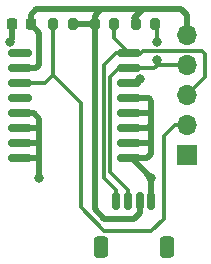
<source format=gbr>
%TF.GenerationSoftware,KiCad,Pcbnew,(6.0.9-0)*%
%TF.CreationDate,2023-01-03T19:06:45+00:00*%
%TF.ProjectId,ds3231_plus,64733332-3331-45f7-906c-75732e6b6963,rev?*%
%TF.SameCoordinates,Original*%
%TF.FileFunction,Copper,L1,Top*%
%TF.FilePolarity,Positive*%
%FSLAX46Y46*%
G04 Gerber Fmt 4.6, Leading zero omitted, Abs format (unit mm)*
G04 Created by KiCad (PCBNEW (6.0.9-0)) date 2023-01-03 19:06:45*
%MOMM*%
%LPD*%
G01*
G04 APERTURE LIST*
G04 Aperture macros list*
%AMRoundRect*
0 Rectangle with rounded corners*
0 $1 Rounding radius*
0 $2 $3 $4 $5 $6 $7 $8 $9 X,Y pos of 4 corners*
0 Add a 4 corners polygon primitive as box body*
4,1,4,$2,$3,$4,$5,$6,$7,$8,$9,$2,$3,0*
0 Add four circle primitives for the rounded corners*
1,1,$1+$1,$2,$3*
1,1,$1+$1,$4,$5*
1,1,$1+$1,$6,$7*
1,1,$1+$1,$8,$9*
0 Add four rect primitives between the rounded corners*
20,1,$1+$1,$2,$3,$4,$5,0*
20,1,$1+$1,$4,$5,$6,$7,0*
20,1,$1+$1,$6,$7,$8,$9,0*
20,1,$1+$1,$8,$9,$2,$3,0*%
G04 Aperture macros list end*
%TA.AperFunction,SMDPad,CuDef*%
%ADD10RoundRect,0.150000X-0.150000X-0.625000X0.150000X-0.625000X0.150000X0.625000X-0.150000X0.625000X0*%
%TD*%
%TA.AperFunction,SMDPad,CuDef*%
%ADD11RoundRect,0.250000X-0.350000X-0.650000X0.350000X-0.650000X0.350000X0.650000X-0.350000X0.650000X0*%
%TD*%
%TA.AperFunction,SMDPad,CuDef*%
%ADD12RoundRect,0.225000X0.225000X0.250000X-0.225000X0.250000X-0.225000X-0.250000X0.225000X-0.250000X0*%
%TD*%
%TA.AperFunction,SMDPad,CuDef*%
%ADD13RoundRect,0.150000X-0.875000X-0.150000X0.875000X-0.150000X0.875000X0.150000X-0.875000X0.150000X0*%
%TD*%
%TA.AperFunction,ComponentPad*%
%ADD14R,1.700000X1.700000*%
%TD*%
%TA.AperFunction,ComponentPad*%
%ADD15O,1.700000X1.700000*%
%TD*%
%TA.AperFunction,SMDPad,CuDef*%
%ADD16RoundRect,0.200000X-0.200000X-0.275000X0.200000X-0.275000X0.200000X0.275000X-0.200000X0.275000X0*%
%TD*%
%TA.AperFunction,SMDPad,CuDef*%
%ADD17RoundRect,0.200000X0.200000X0.275000X-0.200000X0.275000X-0.200000X-0.275000X0.200000X-0.275000X0*%
%TD*%
%TA.AperFunction,ViaPad*%
%ADD18C,0.800000*%
%TD*%
%TA.AperFunction,Conductor*%
%ADD19C,0.300000*%
%TD*%
%TA.AperFunction,Conductor*%
%ADD20C,0.500000*%
%TD*%
G04 APERTURE END LIST*
D10*
%TO.P,Qwiic,1,Pin_1*%
%TO.N,/SCL*%
X152000000Y-95500000D03*
%TO.P,Qwiic,2,Pin_2*%
%TO.N,/SDA*%
X153000000Y-95500000D03*
%TO.P,Qwiic,3,Pin_3*%
%TO.N,+3.3V*%
X154000000Y-95500000D03*
%TO.P,Qwiic,4,Pin_4*%
%TO.N,GND*%
X155000000Y-95500000D03*
D11*
%TO.P,Qwiic,MP*%
%TO.N,N/C*%
X156300000Y-99375000D03*
X150700000Y-99375000D03*
%TD*%
D12*
%TO.P,C1,1*%
%TO.N,+3.3V*%
X144775000Y-80500000D03*
%TO.P,C1,2*%
%TO.N,GND*%
X143225000Y-80500000D03*
%TD*%
D13*
%TO.P,U1,1,32KHZ*%
%TO.N,unconnected-(U1-Pad1)*%
X143830000Y-82980000D03*
%TO.P,U1,2,VCC*%
%TO.N,+3.3V*%
X143830000Y-84250000D03*
%TO.P,U1,3,~{INT}/SQW*%
%TO.N,/INT*%
X143830000Y-85520000D03*
%TO.P,U1,4,~{RST}*%
%TO.N,unconnected-(U1-Pad4)*%
X143830000Y-86790000D03*
%TO.P,U1,5,GND*%
%TO.N,GND*%
X143830000Y-88060000D03*
%TO.P,U1,6,GND*%
X143830000Y-89330000D03*
%TO.P,U1,7,GND*%
X143830000Y-90600000D03*
%TO.P,U1,8,GND*%
X143830000Y-91870000D03*
%TO.P,U1,9,GND*%
X153130000Y-91870000D03*
%TO.P,U1,10,GND*%
X153130000Y-90600000D03*
%TO.P,U1,11,GND*%
X153130000Y-89330000D03*
%TO.P,U1,12,GND*%
X153130000Y-88060000D03*
%TO.P,U1,13,GND*%
X153130000Y-86790000D03*
%TO.P,U1,14,VBAT*%
%TO.N,Net-(SW1-Pad1)*%
X153130000Y-85520000D03*
%TO.P,U1,15,SDA*%
%TO.N,/SDA*%
X153130000Y-84250000D03*
%TO.P,U1,16,SCL*%
%TO.N,/SCL*%
X153130000Y-82980000D03*
%TD*%
D14*
%TO.P,J2,1,Pin_1*%
%TO.N,GND*%
X158000000Y-91575000D03*
D15*
%TO.P,J2,2,Pin_2*%
%TO.N,/INT*%
X158000000Y-89035000D03*
%TO.P,J2,3,Pin_3*%
%TO.N,/SCL*%
X158000000Y-86495000D03*
%TO.P,J2,4,Pin_4*%
%TO.N,/SDA*%
X158000000Y-83955000D03*
%TO.P,J2,5,Pin_5*%
%TO.N,+3.3V*%
X158000000Y-81415000D03*
%TD*%
D16*
%TO.P,R1,1*%
%TO.N,+3.3V*%
X153675000Y-80500000D03*
%TO.P,R1,2*%
%TO.N,/SDA*%
X155325000Y-80500000D03*
%TD*%
%TO.P,R2,1*%
%TO.N,+3.3V*%
X150175000Y-80500000D03*
%TO.P,R2,2*%
%TO.N,/SCL*%
X151825000Y-80500000D03*
%TD*%
D17*
%TO.P,R3,1*%
%TO.N,+3.3V*%
X148325000Y-80500000D03*
%TO.P,R3,2*%
%TO.N,/INT*%
X146675000Y-80500000D03*
%TD*%
D18*
%TO.N,GND*%
X155000000Y-93500000D03*
X145500000Y-93500000D03*
X143000000Y-82000000D03*
%TO.N,/SDA*%
X155500000Y-82000000D03*
X155500000Y-83504500D03*
%TO.N,Net-(SW1-Pad1)*%
X154000000Y-85149500D03*
%TD*%
D19*
%TO.N,/INT*%
X156035000Y-89965000D02*
X157000000Y-89000000D01*
X156035000Y-96965000D02*
X156035000Y-89965000D01*
X158000000Y-89035000D02*
X157965000Y-89000000D01*
X151000000Y-98000000D02*
X149000000Y-96000000D01*
X157965000Y-89000000D02*
X157000000Y-89000000D01*
X155000000Y-98000000D02*
X151000000Y-98000000D01*
X149000000Y-96000000D02*
X149000000Y-87150000D01*
X156035000Y-96965000D02*
X155000000Y-98000000D01*
X149000000Y-87150000D02*
X146675000Y-84825000D01*
D20*
%TO.N,GND*%
X145370000Y-91870000D02*
X145500000Y-92000000D01*
X153130000Y-91870000D02*
X154630000Y-91870000D01*
X153130000Y-91870000D02*
X153370000Y-91870000D01*
X143225000Y-80500000D02*
X143225000Y-81775000D01*
X155000000Y-89000000D02*
X155000000Y-88000000D01*
X155000000Y-91500000D02*
X155000000Y-90500000D01*
X145330000Y-89330000D02*
X145500000Y-89500000D01*
X155000000Y-90500000D02*
X155000000Y-89000000D01*
X143830000Y-90600000D02*
X145400000Y-90600000D01*
X155000000Y-87000000D02*
X154790000Y-86790000D01*
X145500000Y-90500000D02*
X145500000Y-92000000D01*
X145060000Y-88060000D02*
X145500000Y-88500000D01*
X143830000Y-89330000D02*
X145330000Y-89330000D01*
X143830000Y-91870000D02*
X145370000Y-91870000D01*
X155000000Y-95500000D02*
X155000000Y-93500000D01*
X155000000Y-88000000D02*
X155000000Y-87000000D01*
X154630000Y-91870000D02*
X155000000Y-91500000D01*
X143830000Y-88060000D02*
X145060000Y-88060000D01*
X153130000Y-88060000D02*
X154940000Y-88060000D01*
X154670000Y-89330000D02*
X155000000Y-89000000D01*
X154940000Y-88060000D02*
X155000000Y-88000000D01*
X145500000Y-89500000D02*
X145500000Y-90500000D01*
X145500000Y-92000000D02*
X145500000Y-93500000D01*
X153130000Y-90600000D02*
X154900000Y-90600000D01*
X145500000Y-88500000D02*
X145500000Y-89500000D01*
X154790000Y-86790000D02*
X153130000Y-86790000D01*
X154900000Y-90600000D02*
X155000000Y-90500000D01*
X153130000Y-89330000D02*
X154670000Y-89330000D01*
X153370000Y-91870000D02*
X155000000Y-93500000D01*
X145400000Y-90600000D02*
X145500000Y-90500000D01*
X143225000Y-81775000D02*
X143000000Y-82000000D01*
%TO.N,+3.3V*%
X145500000Y-84000000D02*
X145500000Y-81225000D01*
X150175000Y-79825000D02*
X150750000Y-79250000D01*
X151000000Y-97000000D02*
X153500000Y-97000000D01*
X150175000Y-96175000D02*
X151000000Y-97000000D01*
X150750000Y-79250000D02*
X154250000Y-79250000D01*
X157500000Y-79250000D02*
X154250000Y-79250000D01*
X145250000Y-84250000D02*
X145500000Y-84000000D01*
X158000000Y-81415000D02*
X158000000Y-79750000D01*
X154250000Y-79250000D02*
X153500000Y-80000000D01*
X153500000Y-97000000D02*
X154000000Y-96500000D01*
X154000000Y-96500000D02*
X154000000Y-95500000D01*
X143830000Y-84250000D02*
X145250000Y-84250000D01*
X145500000Y-81225000D02*
X144775000Y-80500000D01*
X150175000Y-80500000D02*
X150175000Y-79825000D01*
X150175000Y-80500000D02*
X148325000Y-80500000D01*
X144775000Y-80500000D02*
X144775000Y-79725000D01*
X145250000Y-79250000D02*
X150750000Y-79250000D01*
X150175000Y-80500000D02*
X150175000Y-96175000D01*
X144775000Y-79725000D02*
X145250000Y-79250000D01*
X158000000Y-79750000D02*
X157500000Y-79250000D01*
D19*
%TO.N,/SDA*%
X155545000Y-83955000D02*
X155500000Y-83910000D01*
X153130000Y-84250000D02*
X155250000Y-84250000D01*
X151500000Y-93000000D02*
X153000000Y-94500000D01*
X153000000Y-94500000D02*
X153000000Y-95500000D01*
X152250000Y-84250000D02*
X151500000Y-85000000D01*
X155500000Y-80675000D02*
X155500000Y-82000000D01*
X153130000Y-84250000D02*
X152250000Y-84250000D01*
X155545000Y-83955000D02*
X158000000Y-83955000D01*
X155500000Y-83910000D02*
X155500000Y-83504500D01*
X155500000Y-80675000D02*
X155325000Y-80500000D01*
X155250000Y-84250000D02*
X155545000Y-83955000D01*
X151500000Y-85000000D02*
X151500000Y-93000000D01*
%TO.N,/SCL*%
X153130000Y-82980000D02*
X153980000Y-82980000D01*
X159255000Y-82755000D02*
X159500000Y-83000000D01*
X153130000Y-82980000D02*
X151825000Y-81675000D01*
X152000000Y-95500000D02*
X152000000Y-94500000D01*
X159500000Y-84995000D02*
X158000000Y-86495000D01*
X154245000Y-82755000D02*
X159255000Y-82755000D01*
X152020000Y-82980000D02*
X153130000Y-82980000D01*
X153980000Y-82980000D02*
X154000000Y-83000000D01*
X154000000Y-83000000D02*
X154245000Y-82755000D01*
X151000000Y-93500000D02*
X151000000Y-84000000D01*
X152000000Y-94500000D02*
X151000000Y-93500000D01*
X151825000Y-81675000D02*
X151825000Y-80500000D01*
X151000000Y-84000000D02*
X152020000Y-82980000D01*
X159500000Y-83000000D02*
X159500000Y-84995000D01*
%TO.N,/INT*%
X143830000Y-85520000D02*
X145980000Y-85520000D01*
X145980000Y-85520000D02*
X146675000Y-84825000D01*
X146675000Y-84825000D02*
X146675000Y-80500000D01*
D20*
%TO.N,Net-(SW1-Pad1)*%
X153629500Y-85520000D02*
X154000000Y-85149500D01*
X153130000Y-85520000D02*
X153629500Y-85520000D01*
%TD*%
M02*

</source>
